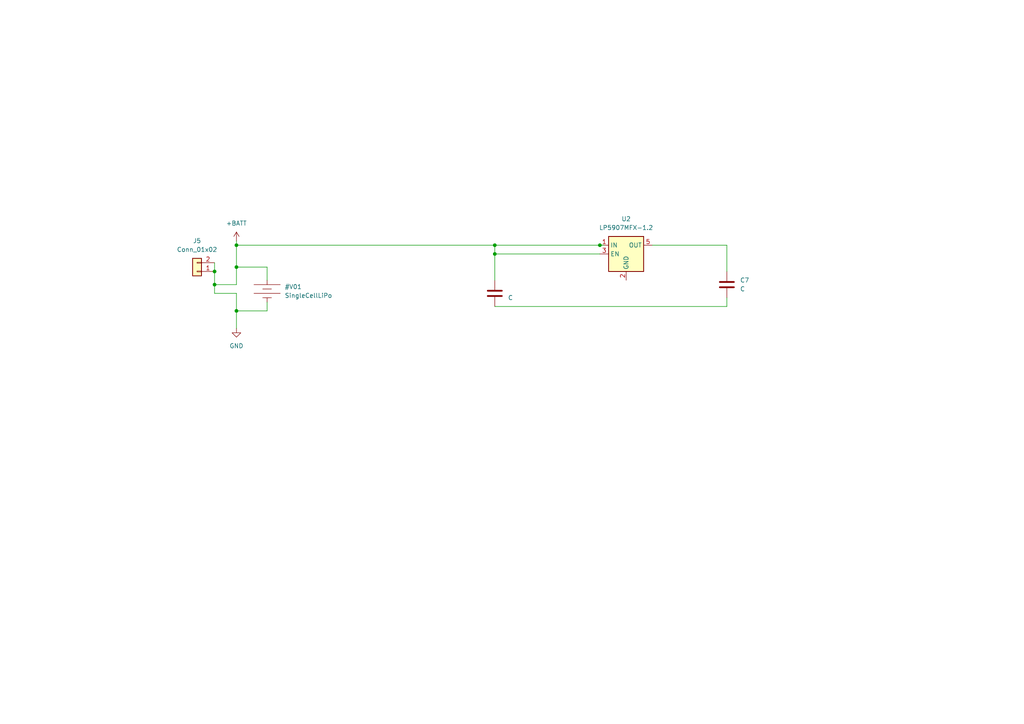
<source format=kicad_sch>
(kicad_sch (version 20230121) (generator eeschema)
  (paper "A4")
  (lib_symbols
    (symbol "Connector_Generic:Conn_01x02" (pin_names (offset 1.016) hide)
      (property "Reference" "J" (at 0 2.54 0))
      (property "Value" "Conn_01x02" (at 0 -5.08 0))
      (symbol "Conn_01x02_1_1"
        (rectangle (start -1.27 -2.413) (end 0 -2.667) (stroke (width 0.1524)))
        (rectangle (start -1.27 0.127) (end 0 -0.127) (stroke (width 0.1524)))
        (rectangle (start -1.27 1.27) (end 1.27 -3.81) (stroke (width 0.254)) (fill (type background)))
        (pin passive line (at -5.08 0 0) (length 3.81) (name "Pin_1") (number "1"))
        (pin passive line (at -5.08 -2.54 0) (length 3.81) (name "Pin_2") (number "2"))
      )
    )
    (symbol "Device:C" (pin_numbers hide) (pin_names (offset 0.254))
      (property "Reference" "C" (at 0.635 2.54 0))
      (property "Value" "C" (at 0.635 -2.54 0))
      (symbol "C_0_1"
        (polyline (pts (xy -2.032 -0.762) (xy 2.032 -0.762)) (stroke (width 0.508)))
        (polyline (pts (xy -2.032 0.762) (xy 2.032 0.762)) (stroke (width 0.508)))
      )
      (symbol "C_1_1"
        (pin passive line (at 0 3.81 270) (length 2.794) (name "~") (number "1"))
        (pin passive line (at 0 -3.81 90) (length 2.794) (name "~") (number "2"))
      )
    )
    (symbol "Regulator_Linear:LP5907MFX-1.2"
      (property "Reference" "U" (at -3.81 6.35 0))
      (property "Value" "LP5907MFX-1.2" (at 6.35 6.35 0))
      (symbol "LP5907MFX-1.2_0_1"
        (rectangle (start -5.08 -5.08) (end 5.08 5.08) (stroke (width 0.254)) (fill (type background)))
        (pin power_in line (at -7.62 2.54 0) (length 2.54) (name "IN") (number "1"))
        (pin power_in line (at 0 -7.62 90) (length 2.54) (name "GND") (number "2"))
        (pin input line (at -7.62 0 0) (length 2.54) (name "EN") (number "3"))
        (pin no_connect line (at 5.08 0 180) (length 2.54) hide (name "NC") (number "4"))
        (pin power_out line (at 7.62 2.54 180) (length 2.54) (name "OUT") (number "5"))
      )
    )
    (symbol "minimouse:SingleCellLiPo" (power) (pin_numbers hide) (pin_names hide) (in_bom no) (on_board no)
      (property "Reference" "V" (at 1.8796 0.3048 0))
      (property "Value" "SingleCellLiPo" (at -11.43 1.27 0))
      (symbol "SingleCellLiPo_0_1"
        (polyline (pts (xy -3.81 0) (xy 3.81 0)))
        (polyline (pts (xy -3.81 2.54) (xy 3.81 2.54)))
        (polyline (pts (xy -1.27 -1.27) (xy 1.27 -1.27)))
        (polyline (pts (xy -1.27 1.27) (xy 1.27 1.27)))
      )
      (symbol "SingleCellLiPo_1_1"
        (pin power_out line (at 0 -2.54 90) (length 1.27) (name "+") (number ""))
        (pin power_out line (at 0 3.81 270) (length 1.27) (name "+") (number ""))
      )
    )
    (symbol "power:+BATT" (power) (pin_names (offset 0))
      (property "Value" "+BATT" (at 0 3.556 0))
      (symbol "+BATT_0_1"
        (polyline (pts (xy -0.762 1.27) (xy 0 2.54)))
        (polyline (pts (xy 0 0) (xy 0 2.54)))
        (polyline (pts (xy 0 2.54) (xy 0.762 1.27)))
      )
      (symbol "+BATT_1_1"
        (pin power_in line (at 0 0 90) (length 0) hide (name "+BATT") (number "1"))
      )
    )
    (symbol "power:GND" (power) (pin_names (offset 0))
      (property "Value" "GND" (at 0 -3.81 0))
      (symbol "GND_0_1"
        (polyline (pts (xy 0 0) (xy 0 -1.27) (xy 1.27 -1.27) (xy 0 -2.54) (xy -1.27 -1.27) (xy 0 -1.27)))
      )
      (symbol "GND_1_1"
        (pin power_in line (at 0 0 270) (length 0) hide (name "GND") (number "1"))
      )
    )
  )
  (junction (at 62.23 78.74))
  (junction (at 68.58 77.47))
  (junction (at 143.51 73.66))
  (junction (at 68.58 90.17))
  (junction (at 62.23 82.55))
  (junction (at 173.99 71.12))
  (junction (at 68.58 71.12))
  (junction (at 143.51 71.12))
  (wire (pts (xy 175.26 71.12) (xy 173.99 71.12)))
  (wire (pts (xy 68.58 85.09) (xy 68.58 90.17)))
  (wire (pts (xy 143.51 71.12) (xy 143.51 73.66)))
  (wire (pts (xy 62.23 82.55) (xy 62.23 78.74)))
  (wire (pts (xy 189.23 71.12) (xy 210.82 71.12)))
  (wire (pts (xy 77.47 77.47) (xy 68.58 77.47)))
  (wire (pts (xy 210.82 86.36) (xy 210.82 88.9)))
  (wire (pts (xy 68.58 69.85) (xy 68.58 71.12)))
  (wire (pts (xy 77.47 81.28) (xy 77.47 77.47)))
  (wire (pts (xy 143.51 88.9) (xy 210.82 88.9)))
  (wire (pts (xy 173.99 73.66) (xy 143.51 73.66)))
  (wire (pts (xy 77.47 87.63) (xy 77.47 90.17)))
  (wire (pts (xy 62.23 82.55) (xy 68.58 82.55)))
  (wire (pts (xy 62.23 85.09) (xy 62.23 82.55)))
  (wire (pts (xy 62.23 78.74) (xy 62.23 76.2)))
  (wire (pts (xy 210.82 71.12) (xy 210.82 78.74)))
  (wire (pts (xy 173.99 71.12) (xy 143.51 71.12)))
  (wire (pts (xy 68.58 71.12) (xy 68.58 77.47)))
  (wire (pts (xy 68.58 90.17) (xy 68.58 95.25)))
  (wire (pts (xy 77.47 90.17) (xy 68.58 90.17)))
  (wire (pts (xy 68.58 77.47) (xy 68.58 82.55)))
  (wire (pts (xy 143.51 71.12) (xy 68.58 71.12)))
  (wire (pts (xy 143.51 73.66) (xy 143.51 81.28)))
  (wire (pts (xy 62.23 85.09) (xy 68.58 85.09)))
  (symbol (lib_id "Device:C") (at 143.51 85.09 0) (unit 1)
    (property "Reference" "C8" (effects hide))
    (property "Value" "C" (at 147.32 86.36 0) (effects (justify left)))
  )
  (symbol (lib_id "power:+BATT") (at 68.58 69.85 0) (unit 1)
    (property "Reference" "#PWR036" (effects hide))
    (property "Value" "+BATT" (at 68.58 64.77 0))
  )
  (symbol (lib_id "minimouse:SingleCellLiPo") (at 77.47 85.09 0) (unit 1) (in_bom no) (on_board no)
    (property "Reference" "#V01" (at 82.55 83.185 0) (effects (justify left)))
    (property "Value" "SingleCellLiPo" (at 82.55 85.725 0) (effects (justify left)))
  )
  (symbol (lib_id "Device:C") (at 210.82 82.55 0) (unit 1)
    (property "Reference" "C7" (at 214.63 81.28 0) (effects (justify left)))
    (property "Value" "C" (at 214.63 83.82 0) (effects (justify left)))
  )
  (symbol (lib_id "Regulator_Linear:LP5907MFX-1.2") (at 181.61 73.66 0) (unit 1)
    (property "Reference" "U2" (at 181.61 63.5 0))
    (property "Value" "LP5907MFX-1.2" (at 181.61 66.04 0))
    (property "Footprint" "Package_TO_SOT_SMD:SOT-23-5" (effects hide))
    (property "Datasheet" "http://www.ti.com/lit/ds/symlink/lp5907.pdf" (effects hide))
  )
  (symbol (lib_id "Connector_Generic:Conn_01x02") (at 57.15 78.74 180) (unit 1)
    (property "Reference" "J5" (at 57.15 69.85 0))
    (property "Value" "Conn_01x02" (at 57.15 72.39 0))
    (property "Footprint" "Connector_PinHeader_2.54mm:PinHeader_1x02_P2.54mm_Vertical" (effects hide))
  )
  (symbol (lib_id "power:GND") (at 68.58 95.25 0) (unit 1)
    (property "Reference" "#PWR037" (effects hide))
    (property "Value" "GND" (at 68.58 100.33 0))
  )
)
</source>
